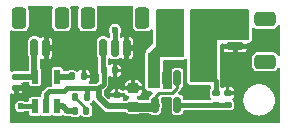
<source format=gbr>
%TF.GenerationSoftware,KiCad,Pcbnew,7.0.10*%
%TF.CreationDate,2024-01-27T16:24:37+01:00*%
%TF.ProjectId,Mouse_charger,4d6f7573-655f-4636-9861-726765722e6b,rev?*%
%TF.SameCoordinates,Original*%
%TF.FileFunction,Copper,L1,Top*%
%TF.FilePolarity,Positive*%
%FSLAX46Y46*%
G04 Gerber Fmt 4.6, Leading zero omitted, Abs format (unit mm)*
G04 Created by KiCad (PCBNEW 7.0.10) date 2024-01-27 16:24:37*
%MOMM*%
%LPD*%
G01*
G04 APERTURE LIST*
G04 Aperture macros list*
%AMRoundRect*
0 Rectangle with rounded corners*
0 $1 Rounding radius*
0 $2 $3 $4 $5 $6 $7 $8 $9 X,Y pos of 4 corners*
0 Add a 4 corners polygon primitive as box body*
4,1,4,$2,$3,$4,$5,$6,$7,$8,$9,$2,$3,0*
0 Add four circle primitives for the rounded corners*
1,1,$1+$1,$2,$3*
1,1,$1+$1,$4,$5*
1,1,$1+$1,$6,$7*
1,1,$1+$1,$8,$9*
0 Add four rect primitives between the rounded corners*
20,1,$1+$1,$2,$3,$4,$5,0*
20,1,$1+$1,$4,$5,$6,$7,0*
20,1,$1+$1,$6,$7,$8,$9,0*
20,1,$1+$1,$8,$9,$2,$3,0*%
G04 Aperture macros list end*
%TA.AperFunction,SMDPad,CuDef*%
%ADD10R,1.500000X3.600000*%
%TD*%
%TA.AperFunction,SMDPad,CuDef*%
%ADD11RoundRect,0.140000X0.170000X-0.140000X0.170000X0.140000X-0.170000X0.140000X-0.170000X-0.140000X0*%
%TD*%
%TA.AperFunction,SMDPad,CuDef*%
%ADD12RoundRect,0.040600X0.249400X-0.564400X0.249400X0.564400X-0.249400X0.564400X-0.249400X-0.564400X0*%
%TD*%
%TA.AperFunction,SMDPad,CuDef*%
%ADD13RoundRect,0.150000X-0.625000X0.150000X-0.625000X-0.150000X0.625000X-0.150000X0.625000X0.150000X0*%
%TD*%
%TA.AperFunction,SMDPad,CuDef*%
%ADD14RoundRect,0.250000X-0.650000X0.350000X-0.650000X-0.350000X0.650000X-0.350000X0.650000X0.350000X0*%
%TD*%
%TA.AperFunction,SMDPad,CuDef*%
%ADD15RoundRect,0.150000X-0.150000X-0.625000X0.150000X-0.625000X0.150000X0.625000X-0.150000X0.625000X0*%
%TD*%
%TA.AperFunction,SMDPad,CuDef*%
%ADD16RoundRect,0.250000X-0.350000X-0.650000X0.350000X-0.650000X0.350000X0.650000X-0.350000X0.650000X0*%
%TD*%
%TA.AperFunction,SMDPad,CuDef*%
%ADD17RoundRect,0.150000X-0.150000X0.512500X-0.150000X-0.512500X0.150000X-0.512500X0.150000X0.512500X0*%
%TD*%
%TA.AperFunction,SMDPad,CuDef*%
%ADD18RoundRect,0.135000X0.185000X-0.135000X0.185000X0.135000X-0.185000X0.135000X-0.185000X-0.135000X0*%
%TD*%
%TA.AperFunction,SMDPad,CuDef*%
%ADD19RoundRect,0.135000X0.135000X0.185000X-0.135000X0.185000X-0.135000X-0.185000X0.135000X-0.185000X0*%
%TD*%
%TA.AperFunction,SMDPad,CuDef*%
%ADD20RoundRect,0.135000X-0.135000X-0.185000X0.135000X-0.185000X0.135000X0.185000X-0.135000X0.185000X0*%
%TD*%
%TA.AperFunction,SMDPad,CuDef*%
%ADD21RoundRect,0.147500X-0.147500X-0.172500X0.147500X-0.172500X0.147500X0.172500X-0.147500X0.172500X0*%
%TD*%
%TA.AperFunction,SMDPad,CuDef*%
%ADD22RoundRect,0.225000X-0.250000X0.225000X-0.250000X-0.225000X0.250000X-0.225000X0.250000X0.225000X0*%
%TD*%
%TA.AperFunction,SMDPad,CuDef*%
%ADD23RoundRect,0.225000X0.250000X-0.225000X0.250000X0.225000X-0.250000X0.225000X-0.250000X-0.225000X0*%
%TD*%
%TA.AperFunction,SMDPad,CuDef*%
%ADD24RoundRect,0.140000X-0.140000X-0.170000X0.140000X-0.170000X0.140000X0.170000X-0.140000X0.170000X0*%
%TD*%
%TA.AperFunction,SMDPad,CuDef*%
%ADD25RoundRect,0.140000X-0.170000X0.140000X-0.170000X-0.140000X0.170000X-0.140000X0.170000X0.140000X0*%
%TD*%
%TA.AperFunction,ViaPad*%
%ADD26C,0.600000*%
%TD*%
%TA.AperFunction,Conductor*%
%ADD27C,0.254000*%
%TD*%
%TA.AperFunction,Conductor*%
%ADD28C,0.400000*%
%TD*%
%TA.AperFunction,Conductor*%
%ADD29C,0.508000*%
%TD*%
%TA.AperFunction,Conductor*%
%ADD30C,0.762000*%
%TD*%
G04 APERTURE END LIST*
D10*
%TO.P,L1,1,1*%
%TO.N,Net-(U2-SW)*%
X13588000Y-2413000D03*
%TO.P,L1,2,2*%
%TO.N,VCC*%
X16638000Y-2413000D03*
%TD*%
D11*
%TO.P,C5,1*%
%TO.N,+BATT*%
X9144000Y-8636000D03*
%TO.P,C5,2*%
%TO.N,GND*%
X9144000Y-7676000D03*
%TD*%
D12*
%TO.P,U1,1,TS*%
%TO.N,/TEMP*%
X2225000Y-8621000D03*
%TO.P,U1,2,OUT*%
%TO.N,+BATT*%
X3175000Y-8621000D03*
%TO.P,U1,3,~{CHG}*%
%TO.N,Net-(D1-K)*%
X4125000Y-8621000D03*
%TO.P,U1,4,ISET*%
%TO.N,Net-(U1-ISET)*%
X4125000Y-6111000D03*
%TO.P,U1,5,GND*%
%TO.N,GND*%
X3175000Y-6111000D03*
%TO.P,U1,6,VIN*%
%TO.N,VBUS*%
X2225000Y-6111000D03*
%TD*%
D13*
%TO.P,J3,1,Pin_1*%
%TO.N,VCC*%
X19177000Y-2556000D03*
%TO.P,J3,2,Pin_2*%
%TO.N,GND*%
X19177000Y-3556000D03*
D14*
%TO.P,J3,MP*%
%TO.N,N/C*%
X21702000Y-1256000D03*
X21702000Y-4856000D03*
%TD*%
D15*
%TO.P,J2,1,Pin_1*%
%TO.N,VBUS*%
X2175000Y-3683000D03*
%TO.P,J2,2,Pin_2*%
%TO.N,GND*%
X3175000Y-3683000D03*
D16*
%TO.P,J2,MP*%
%TO.N,N/C*%
X875000Y-1158000D03*
X4475000Y-1158000D03*
%TD*%
D17*
%TO.P,U2,1,EN*%
%TO.N,+BATT*%
X14285000Y-6228500D03*
%TO.P,U2,2,GND*%
%TO.N,GND*%
X13335000Y-6228500D03*
%TO.P,U2,3,SW*%
%TO.N,Net-(U2-SW)*%
X12385000Y-6228500D03*
%TO.P,U2,4,VIN*%
%TO.N,+BATT*%
X12385000Y-8503500D03*
%TO.P,U2,5,FB*%
%TO.N,Net-(U2-FB)*%
X14285000Y-8503500D03*
%TD*%
D18*
%TO.P,R4,1*%
%TO.N,Net-(U2-FB)*%
X18542000Y-8511000D03*
%TO.P,R4,2*%
%TO.N,GND*%
X18542000Y-7491000D03*
%TD*%
%TO.P,R3,1*%
%TO.N,Net-(U2-FB)*%
X17526000Y-8511000D03*
%TO.P,R3,2*%
%TO.N,VCC*%
X17526000Y-7491000D03*
%TD*%
D19*
%TO.P,R2,1*%
%TO.N,+BATT*%
X6606000Y-7874000D03*
%TO.P,R2,2*%
%TO.N,Net-(D1-A)*%
X5586000Y-7874000D03*
%TD*%
D20*
%TO.P,R1,1*%
%TO.N,Net-(U1-ISET)*%
X5332000Y-6096000D03*
%TO.P,R1,2*%
%TO.N,GND*%
X6352000Y-6096000D03*
%TD*%
D15*
%TO.P,J1,1,Pin_1*%
%TO.N,+BATT*%
X8001000Y-3683000D03*
%TO.P,J1,2,Pin_2*%
%TO.N,/TEMP*%
X9001000Y-3683000D03*
%TO.P,J1,3,Pin_3*%
%TO.N,GND*%
X10001000Y-3683000D03*
D16*
%TO.P,J1,MP*%
%TO.N,N/C*%
X6701000Y-1158000D03*
X11301000Y-1158000D03*
%TD*%
D21*
%TO.P,D1,1,K*%
%TO.N,Net-(D1-K)*%
X5611000Y-9017000D03*
%TO.P,D1,2,A*%
%TO.N,Net-(D1-A)*%
X6581000Y-9017000D03*
%TD*%
D22*
%TO.P,C4,1*%
%TO.N,VCC*%
X16002000Y-5956000D03*
%TO.P,C4,2*%
%TO.N,GND*%
X16002000Y-7506000D03*
%TD*%
D23*
%TO.P,C3,1*%
%TO.N,+BATT*%
X10541000Y-8649000D03*
%TO.P,C3,2*%
%TO.N,GND*%
X10541000Y-7099000D03*
%TD*%
D24*
%TO.P,C2,1*%
%TO.N,+BATT*%
X8029000Y-5588000D03*
%TO.P,C2,2*%
%TO.N,GND*%
X8989000Y-5588000D03*
%TD*%
D25*
%TO.P,C1,1*%
%TO.N,VBUS*%
X635000Y-6124000D03*
%TO.P,C1,2*%
%TO.N,GND*%
X635000Y-7084000D03*
%TD*%
D26*
%TO.N,GND*%
X2667000Y-2133600D03*
X9169400Y-9550400D03*
X20040600Y-6070600D03*
X19888200Y-4775200D03*
X5486400Y-2768600D03*
X736600Y-4953000D03*
X1701800Y-7340600D03*
X14909800Y-7315200D03*
X22453600Y-9550400D03*
X19227800Y-9448800D03*
X17526000Y-9499600D03*
X22275800Y-6350000D03*
X18694400Y-6223000D03*
X21666200Y-2870200D03*
X5461000Y-4749800D03*
X10464800Y-5486400D03*
X11430000Y-3479800D03*
X9753600Y-1016000D03*
X8128000Y-914400D03*
X6299200Y-3733800D03*
X19481800Y-7213600D03*
X18465800Y-4800600D03*
X14732000Y-5003800D03*
X16103600Y-9499600D03*
X13360400Y-9525000D03*
X7721600Y-9550400D03*
X457200Y-9525000D03*
X736600Y-3733800D03*
X4495800Y-3683000D03*
X2667000Y-1193800D03*
%TO.N,/TEMP*%
X1016000Y-8636000D03*
X9017000Y-2159000D03*
%TD*%
D27*
%TO.N,Net-(D1-A)*%
X6581000Y-8867000D02*
X6581000Y-9017000D01*
X5588000Y-7874000D02*
X6581000Y-8867000D01*
X5586000Y-7874000D02*
X5588000Y-7874000D01*
%TO.N,+BATT*%
X13843000Y-7493000D02*
X14285000Y-7051000D01*
X14285000Y-7051000D02*
X14285000Y-6228500D01*
X12700000Y-7493000D02*
X13843000Y-7493000D01*
X12385000Y-7808000D02*
X12700000Y-7493000D01*
X12385000Y-8503500D02*
X12385000Y-7808000D01*
D28*
%TO.N,/TEMP*%
X9017000Y-3667000D02*
X9001000Y-3683000D01*
X9017000Y-2159000D02*
X9017000Y-3667000D01*
X1031000Y-8621000D02*
X1016000Y-8636000D01*
X2225000Y-8621000D02*
X1031000Y-8621000D01*
%TO.N,+BATT*%
X8001000Y-5560000D02*
X8029000Y-5588000D01*
X8001000Y-3683000D02*
X8001000Y-5560000D01*
D29*
X7620000Y-7874000D02*
X7620000Y-7112000D01*
X8382000Y-8636000D02*
X7620000Y-7874000D01*
X9144000Y-8636000D02*
X8382000Y-8636000D01*
D28*
X6606000Y-7874000D02*
X6606000Y-7114000D01*
X6606000Y-7114000D02*
X6604000Y-7112000D01*
X6604000Y-7112000D02*
X7620000Y-7112000D01*
X4953000Y-7112000D02*
X6604000Y-7112000D01*
X4699000Y-7366000D02*
X4953000Y-7112000D01*
X7620000Y-7112000D02*
X8029000Y-6703000D01*
X8029000Y-6703000D02*
X8029000Y-5588000D01*
X3429000Y-7366000D02*
X4699000Y-7366000D01*
X3175000Y-7620000D02*
X3429000Y-7366000D01*
X3175000Y-8621000D02*
X3175000Y-7620000D01*
%TO.N,VCC*%
X17005000Y-5956000D02*
X16002000Y-5956000D01*
X17526000Y-6477000D02*
X17005000Y-5956000D01*
X17526000Y-7491000D02*
X17526000Y-6477000D01*
%TO.N,Net-(U2-FB)*%
X17526000Y-8511000D02*
X18542000Y-8511000D01*
X17518500Y-8503500D02*
X17526000Y-8511000D01*
X14285000Y-8503500D02*
X17518500Y-8503500D01*
D30*
%TO.N,+BATT*%
X12239500Y-8649000D02*
X12385000Y-8503500D01*
X10541000Y-8649000D02*
X12239500Y-8649000D01*
D29*
X10528000Y-8636000D02*
X10541000Y-8649000D01*
X9144000Y-8636000D02*
X10528000Y-8636000D01*
%TO.N,Net-(D1-K)*%
X4953000Y-9017000D02*
X5611000Y-9017000D01*
X4125000Y-8621000D02*
X4557000Y-8621000D01*
X4557000Y-8621000D02*
X4953000Y-9017000D01*
%TO.N,Net-(U1-ISET)*%
X5317000Y-6111000D02*
X5332000Y-6096000D01*
X4125000Y-6111000D02*
X5317000Y-6111000D01*
%TO.N,VBUS*%
X2212000Y-6124000D02*
X2225000Y-6111000D01*
X635000Y-6124000D02*
X2212000Y-6124000D01*
X2175000Y-6061000D02*
X2225000Y-6111000D01*
X2175000Y-3683000D02*
X2175000Y-6061000D01*
%TD*%
%TA.AperFunction,Conductor*%
%TO.N,Net-(U2-SW)*%
G36*
X14802039Y-400685D02*
G01*
X14847794Y-453489D01*
X14859000Y-505000D01*
X14859000Y-4297140D01*
X14839315Y-4364179D01*
X14786511Y-4409934D01*
X14736550Y-4421130D01*
X12827000Y-4444999D01*
X12827000Y-5497856D01*
X12813485Y-5554150D01*
X12795503Y-5589441D01*
X12795500Y-5589450D01*
X12780500Y-5684160D01*
X12780500Y-6772839D01*
X12795500Y-6867551D01*
X12795501Y-6867554D01*
X12795502Y-6867555D01*
X12813485Y-6902848D01*
X12827000Y-6959141D01*
X12827000Y-6983213D01*
X12807315Y-7050252D01*
X12754511Y-7096007D01*
X12718340Y-7106261D01*
X12702593Y-7108224D01*
X12683948Y-7110548D01*
X12668612Y-7111500D01*
X12668387Y-7111500D01*
X12667470Y-7111576D01*
X12657228Y-7112000D01*
X11935000Y-7112000D01*
X11867961Y-7092315D01*
X11822206Y-7039511D01*
X11811000Y-6988000D01*
X11811000Y-4166162D01*
X11830685Y-4099123D01*
X11847319Y-4078481D01*
X12446000Y-3479800D01*
X12446000Y-505000D01*
X12465685Y-437961D01*
X12518489Y-392206D01*
X12570000Y-381000D01*
X14735000Y-381000D01*
X14802039Y-400685D01*
G37*
%TD.AperFunction*%
%TD*%
%TA.AperFunction,Conductor*%
%TO.N,VCC*%
G36*
X20263039Y-400685D02*
G01*
X20308794Y-453489D01*
X20320000Y-505000D01*
X20320000Y-2924000D01*
X20300315Y-2991039D01*
X20247511Y-3036794D01*
X20196000Y-3048000D01*
X20020143Y-3048000D01*
X19963848Y-3034485D01*
X19928555Y-3016502D01*
X19928549Y-3016500D01*
X19833839Y-3001500D01*
X19833834Y-3001500D01*
X18520166Y-3001500D01*
X18520161Y-3001500D01*
X18425450Y-3016500D01*
X18425444Y-3016502D01*
X18390152Y-3034485D01*
X18333857Y-3048000D01*
X17653000Y-3048000D01*
X17653000Y-6480000D01*
X17633315Y-6547039D01*
X17580511Y-6592794D01*
X17529000Y-6604000D01*
X15491000Y-6604000D01*
X15423961Y-6584315D01*
X15378206Y-6531511D01*
X15367000Y-6480000D01*
X15367000Y-505000D01*
X15386685Y-437961D01*
X15439489Y-392206D01*
X15491000Y-381000D01*
X20196000Y-381000D01*
X20263039Y-400685D01*
G37*
%TD.AperFunction*%
%TD*%
%TA.AperFunction,Conductor*%
%TO.N,GND*%
G36*
X3673312Y-146685D02*
G01*
X3719067Y-199489D01*
X3729011Y-268647D01*
X3723314Y-291955D01*
X3677353Y-423298D01*
X3677353Y-423300D01*
X3674500Y-453730D01*
X3674500Y-1862269D01*
X3677353Y-1892699D01*
X3677353Y-1892701D01*
X3722206Y-2020880D01*
X3722207Y-2020882D01*
X3802850Y-2130150D01*
X3912118Y-2210793D01*
X3927462Y-2216162D01*
X4040299Y-2255646D01*
X4070730Y-2258500D01*
X4070734Y-2258500D01*
X4879270Y-2258500D01*
X4909699Y-2255646D01*
X4909701Y-2255646D01*
X4973790Y-2233219D01*
X5037882Y-2210793D01*
X5147150Y-2130150D01*
X5227793Y-2020882D01*
X5252588Y-1950022D01*
X5272646Y-1892701D01*
X5272646Y-1892699D01*
X5275500Y-1862269D01*
X5275500Y-453730D01*
X5272646Y-423300D01*
X5272646Y-423298D01*
X5226686Y-291955D01*
X5223123Y-222177D01*
X5257852Y-161549D01*
X5319845Y-129321D01*
X5343727Y-127000D01*
X5832273Y-127000D01*
X5899312Y-146685D01*
X5945067Y-199489D01*
X5955011Y-268647D01*
X5949314Y-291955D01*
X5903353Y-423298D01*
X5903353Y-423300D01*
X5900500Y-453730D01*
X5900500Y-1862269D01*
X5903353Y-1892699D01*
X5903353Y-1892701D01*
X5948206Y-2020880D01*
X5948207Y-2020882D01*
X6028850Y-2130150D01*
X6138118Y-2210793D01*
X6153462Y-2216162D01*
X6266299Y-2255646D01*
X6296730Y-2258500D01*
X6296734Y-2258500D01*
X7105270Y-2258500D01*
X7135699Y-2255646D01*
X7135701Y-2255646D01*
X7199790Y-2233219D01*
X7263882Y-2210793D01*
X7373150Y-2130150D01*
X7453793Y-2020882D01*
X7478588Y-1950022D01*
X7498646Y-1892701D01*
X7498646Y-1892699D01*
X7501500Y-1862269D01*
X7501500Y-453730D01*
X7498646Y-423300D01*
X7498646Y-423298D01*
X7452686Y-291955D01*
X7449123Y-222177D01*
X7483852Y-161549D01*
X7545845Y-129321D01*
X7569727Y-127000D01*
X10432273Y-127000D01*
X10499312Y-146685D01*
X10545067Y-199489D01*
X10555011Y-268647D01*
X10549314Y-291955D01*
X10503353Y-423298D01*
X10503353Y-423300D01*
X10500500Y-453730D01*
X10500500Y-1862269D01*
X10503353Y-1892699D01*
X10503353Y-1892701D01*
X10548206Y-2020880D01*
X10548207Y-2020882D01*
X10628850Y-2130150D01*
X10738118Y-2210793D01*
X10753462Y-2216162D01*
X10866299Y-2255646D01*
X10896730Y-2258500D01*
X10896734Y-2258500D01*
X11705270Y-2258500D01*
X11735699Y-2255646D01*
X11735701Y-2255646D01*
X11799790Y-2233219D01*
X11863882Y-2210793D01*
X11973150Y-2130150D01*
X11973152Y-2130146D01*
X11974819Y-2128481D01*
X11977093Y-2127238D01*
X11980626Y-2124632D01*
X11980982Y-2125115D01*
X12036142Y-2094996D01*
X12105834Y-2099980D01*
X12161767Y-2141852D01*
X12186184Y-2207316D01*
X12186500Y-2216162D01*
X12186500Y-3320950D01*
X12166815Y-3387989D01*
X12150181Y-3408631D01*
X11663830Y-3894981D01*
X11645260Y-3915655D01*
X11645246Y-3915671D01*
X11628628Y-3936294D01*
X11628620Y-3936306D01*
X11581698Y-4026007D01*
X11581695Y-4026012D01*
X11562013Y-4093044D01*
X11562010Y-4093056D01*
X11551500Y-4166160D01*
X11551500Y-6988008D01*
X11557430Y-7043161D01*
X11568639Y-7094683D01*
X11575986Y-7121463D01*
X11615893Y-7191543D01*
X11626089Y-7209448D01*
X11645467Y-7231811D01*
X11671840Y-7262248D01*
X11671843Y-7262251D01*
X11671844Y-7262252D01*
X11705131Y-7294371D01*
X11794849Y-7341303D01*
X11861888Y-7360988D01*
X11861892Y-7360988D01*
X11861894Y-7360989D01*
X11873707Y-7362687D01*
X11935000Y-7371500D01*
X12055013Y-7371500D01*
X12122052Y-7391185D01*
X12167807Y-7443989D01*
X12177751Y-7513147D01*
X12148726Y-7576703D01*
X12134721Y-7590488D01*
X12130249Y-7594240D01*
X12111228Y-7627184D01*
X12105417Y-7636305D01*
X12094070Y-7652510D01*
X12046961Y-7692784D01*
X12028519Y-7701800D01*
X11945802Y-7784516D01*
X11894427Y-7889606D01*
X11893975Y-7892711D01*
X11884500Y-7957740D01*
X11884500Y-7957745D01*
X11883971Y-7961377D01*
X11854826Y-8024879D01*
X11795977Y-8062543D01*
X11761266Y-8067500D01*
X11058344Y-8067500D01*
X11002049Y-8053985D01*
X10988207Y-8046932D01*
X10924126Y-8014281D01*
X10924125Y-8014280D01*
X10915431Y-8009851D01*
X10916589Y-8007578D01*
X10870767Y-7976245D01*
X10843570Y-7911886D01*
X10855486Y-7843040D01*
X10902731Y-7791565D01*
X10923429Y-7781571D01*
X11020981Y-7745186D01*
X11020984Y-7745184D01*
X11130329Y-7663329D01*
X11212184Y-7553984D01*
X11212185Y-7553983D01*
X11259916Y-7426010D01*
X11265999Y-7369428D01*
X11266000Y-7369427D01*
X11266000Y-7249000D01*
X9816001Y-7249000D01*
X9784953Y-7280048D01*
X9723630Y-7313533D01*
X9653938Y-7308549D01*
X9609591Y-7280048D01*
X9546098Y-7216555D01*
X9546093Y-7216551D01*
X9436015Y-7160463D01*
X9344691Y-7146000D01*
X9294000Y-7146000D01*
X9294000Y-7526000D01*
X9719246Y-7526000D01*
X9746977Y-7510857D01*
X9816668Y-7515839D01*
X9872603Y-7557709D01*
X9872605Y-7557711D01*
X9951670Y-7663329D01*
X10061015Y-7745184D01*
X10061018Y-7745186D01*
X10158570Y-7781571D01*
X10214504Y-7823442D01*
X10238921Y-7888907D01*
X10224069Y-7957180D01*
X10174664Y-8006585D01*
X10163717Y-8011304D01*
X10157874Y-8014280D01*
X10157874Y-8014281D01*
X10093793Y-8046932D01*
X10037778Y-8075473D01*
X10016752Y-8096500D01*
X9968069Y-8145182D01*
X9906749Y-8178666D01*
X9880390Y-8181500D01*
X9767824Y-8181500D01*
X9700785Y-8161815D01*
X9655030Y-8109011D01*
X9645086Y-8039853D01*
X9657340Y-8001204D01*
X9689535Y-7938018D01*
X9689536Y-7938015D01*
X9704000Y-7846691D01*
X9704000Y-7826000D01*
X8584001Y-7826000D01*
X8584001Y-7846690D01*
X8589894Y-7883902D01*
X8580938Y-7953196D01*
X8535940Y-8006647D01*
X8469188Y-8027285D01*
X8401875Y-8008559D01*
X8379739Y-7990979D01*
X8321433Y-7932673D01*
X8110819Y-7722058D01*
X8077334Y-7660735D01*
X8074500Y-7634377D01*
X8074500Y-7526000D01*
X8584000Y-7526000D01*
X8994000Y-7526000D01*
X8994000Y-7146000D01*
X8993999Y-7145999D01*
X8943311Y-7146000D01*
X8851982Y-7160465D01*
X8741906Y-7216552D01*
X8741901Y-7216555D01*
X8654555Y-7303901D01*
X8654551Y-7303906D01*
X8598463Y-7413984D01*
X8584000Y-7505308D01*
X8584000Y-7526000D01*
X8074500Y-7526000D01*
X8074500Y-7275254D01*
X8094185Y-7208215D01*
X8110819Y-7187573D01*
X8334483Y-6963909D01*
X8349392Y-6949000D01*
X9816000Y-6949000D01*
X10391000Y-6949000D01*
X10391000Y-6399000D01*
X10691000Y-6399000D01*
X10691000Y-6949000D01*
X11265999Y-6949000D01*
X11265999Y-6828566D01*
X11265998Y-6828560D01*
X11259918Y-6771992D01*
X11212186Y-6644018D01*
X11212184Y-6644015D01*
X11130329Y-6534670D01*
X11020984Y-6452815D01*
X11020983Y-6452814D01*
X10893010Y-6405083D01*
X10836428Y-6399000D01*
X10691000Y-6399000D01*
X10391000Y-6399000D01*
X10245566Y-6399000D01*
X10245559Y-6399001D01*
X10188992Y-6405081D01*
X10061018Y-6452813D01*
X10061015Y-6452815D01*
X9951670Y-6534670D01*
X9869815Y-6644015D01*
X9869814Y-6644016D01*
X9822083Y-6771989D01*
X9816000Y-6828571D01*
X9816000Y-6949000D01*
X8349392Y-6949000D01*
X8357050Y-6941342D01*
X8367109Y-6921597D01*
X8377271Y-6905014D01*
X8390296Y-6887090D01*
X8397141Y-6866022D01*
X8404586Y-6848045D01*
X8414646Y-6828304D01*
X8418112Y-6806415D01*
X8422652Y-6787501D01*
X8429499Y-6766433D01*
X8429499Y-6739654D01*
X8429500Y-6739629D01*
X8429500Y-6184309D01*
X8449185Y-6117270D01*
X8501989Y-6071515D01*
X8571147Y-6061571D01*
X8609796Y-6073825D01*
X8726981Y-6133535D01*
X8726983Y-6133536D01*
X8818304Y-6147999D01*
X8838999Y-6147999D01*
X8839000Y-6147998D01*
X8839000Y-5738000D01*
X9139000Y-5738000D01*
X9139000Y-6147999D01*
X9159689Y-6147999D01*
X9251017Y-6133534D01*
X9361093Y-6077447D01*
X9361098Y-6077444D01*
X9448444Y-5990098D01*
X9448448Y-5990093D01*
X9504536Y-5880015D01*
X9519000Y-5788691D01*
X9519000Y-5738000D01*
X9139000Y-5738000D01*
X8839000Y-5738000D01*
X8839000Y-5028001D01*
X8838999Y-5028000D01*
X9139000Y-5028000D01*
X9139000Y-5438000D01*
X9518999Y-5438000D01*
X9518999Y-5387310D01*
X9504534Y-5295982D01*
X9448447Y-5185906D01*
X9448444Y-5185901D01*
X9361098Y-5098555D01*
X9361093Y-5098551D01*
X9251015Y-5042463D01*
X9159691Y-5028000D01*
X9139000Y-5028000D01*
X8838999Y-5028000D01*
X8818315Y-5028000D01*
X8726982Y-5042465D01*
X8616906Y-5098552D01*
X8616901Y-5098555D01*
X8613181Y-5102276D01*
X8551858Y-5135761D01*
X8482166Y-5130777D01*
X8426233Y-5088905D01*
X8401816Y-5023441D01*
X8401500Y-5014595D01*
X8401500Y-4653544D01*
X8421185Y-4586505D01*
X8473989Y-4540750D01*
X8543147Y-4530806D01*
X8606703Y-4559831D01*
X8613181Y-4565863D01*
X8644514Y-4597196D01*
X8644515Y-4597196D01*
X8644517Y-4597198D01*
X8749607Y-4648573D01*
X8772517Y-4651911D01*
X8817739Y-4658500D01*
X8817740Y-4658500D01*
X9184261Y-4658500D01*
X9218275Y-4653544D01*
X9252393Y-4648573D01*
X9357483Y-4597198D01*
X9376502Y-4578179D01*
X9413672Y-4541010D01*
X9474995Y-4507525D01*
X9544687Y-4512509D01*
X9589034Y-4541010D01*
X9644808Y-4596784D01*
X9749751Y-4648087D01*
X9776000Y-4651911D01*
X9776000Y-3908000D01*
X10226000Y-3908000D01*
X10226000Y-4651910D01*
X10252248Y-4648087D01*
X10357191Y-4596784D01*
X10439787Y-4514188D01*
X10491087Y-4409251D01*
X10491088Y-4409248D01*
X10501000Y-4341219D01*
X10501000Y-3908000D01*
X10226000Y-3908000D01*
X9776000Y-3908000D01*
X9776000Y-2714087D01*
X9775999Y-2714086D01*
X10226000Y-2714086D01*
X10226000Y-3458000D01*
X10500999Y-3458000D01*
X10500999Y-3024782D01*
X10491087Y-2956750D01*
X10439784Y-2851808D01*
X10357188Y-2769212D01*
X10252249Y-2717911D01*
X10252250Y-2717911D01*
X10226000Y-2714086D01*
X9775999Y-2714086D01*
X9749750Y-2717911D01*
X9644811Y-2769212D01*
X9644809Y-2769214D01*
X9629181Y-2784843D01*
X9567858Y-2818328D01*
X9498166Y-2813344D01*
X9442233Y-2771472D01*
X9417816Y-2706008D01*
X9417500Y-2697162D01*
X9417500Y-2507332D01*
X9437185Y-2440293D01*
X9437901Y-2439336D01*
X9442368Y-2432382D01*
X9442377Y-2432373D01*
X9502165Y-2301457D01*
X9522647Y-2159000D01*
X9502165Y-2016543D01*
X9442377Y-1885627D01*
X9348128Y-1776857D01*
X9227053Y-1699047D01*
X9227051Y-1699046D01*
X9227049Y-1699045D01*
X9227050Y-1699045D01*
X9088963Y-1658500D01*
X9088961Y-1658500D01*
X8945039Y-1658500D01*
X8945036Y-1658500D01*
X8806949Y-1699045D01*
X8685873Y-1776856D01*
X8591623Y-1885626D01*
X8591622Y-1885628D01*
X8531834Y-2016543D01*
X8511353Y-2159000D01*
X8531834Y-2301456D01*
X8571123Y-2387485D01*
X8591623Y-2432373D01*
X8591627Y-2432378D01*
X8596418Y-2439833D01*
X8593364Y-2441795D01*
X8615235Y-2489663D01*
X8616500Y-2507332D01*
X8616500Y-2728456D01*
X8596815Y-2795495D01*
X8544011Y-2841250D01*
X8474853Y-2851194D01*
X8411297Y-2822169D01*
X8404819Y-2816137D01*
X8357485Y-2768803D01*
X8252391Y-2717426D01*
X8184261Y-2707500D01*
X8184260Y-2707500D01*
X7817740Y-2707500D01*
X7817739Y-2707500D01*
X7749608Y-2717426D01*
X7644514Y-2768803D01*
X7561803Y-2851514D01*
X7510426Y-2956608D01*
X7500500Y-3024739D01*
X7500500Y-4341260D01*
X7510426Y-4409391D01*
X7561801Y-4514482D01*
X7561802Y-4514483D01*
X7564178Y-4516859D01*
X7566391Y-4520911D01*
X7567773Y-4522847D01*
X7567539Y-4523013D01*
X7597665Y-4578179D01*
X7600500Y-4604543D01*
X7600500Y-5203507D01*
X7588882Y-5255912D01*
X7555028Y-5328511D01*
X7555027Y-5328512D01*
X7548500Y-5378098D01*
X7548500Y-5797894D01*
X7548501Y-5797900D01*
X7555028Y-5847487D01*
X7555029Y-5847489D01*
X7555029Y-5847490D01*
X7605776Y-5956316D01*
X7606071Y-5956737D01*
X7606328Y-5957500D01*
X7610361Y-5966148D01*
X7609396Y-5966597D01*
X7628402Y-6022942D01*
X7628500Y-6027865D01*
X7628500Y-6485745D01*
X7608815Y-6552784D01*
X7592185Y-6573421D01*
X7549107Y-6616500D01*
X7509672Y-6655935D01*
X7467295Y-6683680D01*
X7418252Y-6702928D01*
X7372952Y-6711500D01*
X6900129Y-6711500D01*
X6833090Y-6691815D01*
X6787335Y-6639011D01*
X6777391Y-6569853D01*
X6799210Y-6515449D01*
X6804663Y-6507810D01*
X6861096Y-6392374D01*
X6872000Y-6317535D01*
X6872000Y-6246000D01*
X6326000Y-6246000D01*
X6258961Y-6226315D01*
X6213206Y-6173511D01*
X6202000Y-6122000D01*
X6202000Y-5526001D01*
X6201999Y-5526000D01*
X6502000Y-5526000D01*
X6502000Y-5946000D01*
X6871999Y-5946000D01*
X6871999Y-5874460D01*
X6861096Y-5799625D01*
X6804663Y-5684189D01*
X6713810Y-5593336D01*
X6598374Y-5536903D01*
X6523536Y-5526000D01*
X6502000Y-5526000D01*
X6201999Y-5526000D01*
X6201998Y-5525999D01*
X6180464Y-5526000D01*
X6105626Y-5536903D01*
X5990191Y-5593335D01*
X5894678Y-5688848D01*
X5833355Y-5722332D01*
X5763663Y-5717348D01*
X5719316Y-5688847D01*
X5662404Y-5631935D01*
X5625506Y-5614729D01*
X5555173Y-5581932D01*
X5555171Y-5581931D01*
X5555172Y-5581931D01*
X5506317Y-5575500D01*
X5506316Y-5575500D01*
X5157684Y-5575500D01*
X5157683Y-5575500D01*
X5108828Y-5581931D01*
X5001594Y-5631936D01*
X4998541Y-5634074D01*
X4993007Y-5635940D01*
X4991764Y-5636520D01*
X4991699Y-5636381D01*
X4932335Y-5656402D01*
X4927417Y-5656500D01*
X4739500Y-5656500D01*
X4672461Y-5636815D01*
X4626706Y-5584011D01*
X4615500Y-5532500D01*
X4615500Y-5522855D01*
X4615499Y-5522851D01*
X4601512Y-5452530D01*
X4601511Y-5452529D01*
X4601511Y-5452528D01*
X4548223Y-5372777D01*
X4468472Y-5319489D01*
X4468471Y-5319488D01*
X4468470Y-5319488D01*
X4468469Y-5319487D01*
X4398148Y-5305500D01*
X4398144Y-5305500D01*
X3851856Y-5305500D01*
X3851851Y-5305500D01*
X3781530Y-5319487D01*
X3781529Y-5319488D01*
X3701777Y-5372777D01*
X3648488Y-5452529D01*
X3648487Y-5452530D01*
X3634500Y-5522851D01*
X3634500Y-6699148D01*
X3648487Y-6769469D01*
X3648489Y-6769472D01*
X3650587Y-6772612D01*
X3653055Y-6780494D01*
X3653162Y-6780753D01*
X3653138Y-6780762D01*
X3671463Y-6839289D01*
X3652977Y-6906669D01*
X3600997Y-6953358D01*
X3547483Y-6965500D01*
X3392370Y-6965500D01*
X3392346Y-6965501D01*
X3365564Y-6965501D01*
X3344499Y-6972346D01*
X3325582Y-6976887D01*
X3303700Y-6980352D01*
X3303695Y-6980354D01*
X3283950Y-6990414D01*
X3265986Y-6997855D01*
X3244907Y-7004705D01*
X3226984Y-7017727D01*
X3210399Y-7027890D01*
X3190659Y-7037948D01*
X3184818Y-7043790D01*
X3168091Y-7060517D01*
X2869516Y-7359091D01*
X2869513Y-7359093D01*
X2869513Y-7359094D01*
X2858231Y-7370376D01*
X2846948Y-7381659D01*
X2846948Y-7381660D01*
X2836891Y-7401397D01*
X2826731Y-7417977D01*
X2813706Y-7435905D01*
X2813703Y-7435910D01*
X2806854Y-7456988D01*
X2799413Y-7474952D01*
X2789354Y-7494695D01*
X2785887Y-7516582D01*
X2781347Y-7535491D01*
X2774500Y-7556567D01*
X2774500Y-7735165D01*
X2754815Y-7802204D01*
X2702011Y-7847959D01*
X2632853Y-7857903D01*
X2581611Y-7838268D01*
X2568472Y-7829489D01*
X2568469Y-7829488D01*
X2568469Y-7829487D01*
X2498148Y-7815500D01*
X2498144Y-7815500D01*
X1951856Y-7815500D01*
X1951851Y-7815500D01*
X1881530Y-7829487D01*
X1881529Y-7829488D01*
X1801777Y-7882777D01*
X1748488Y-7962529D01*
X1748487Y-7962530D01*
X1734500Y-8032851D01*
X1734500Y-8096500D01*
X1714815Y-8163539D01*
X1662011Y-8209294D01*
X1610500Y-8220500D01*
X1331633Y-8220500D01*
X1264594Y-8200815D01*
X1226055Y-8176047D01*
X1226050Y-8176045D01*
X1087963Y-8135500D01*
X1087961Y-8135500D01*
X944039Y-8135500D01*
X944036Y-8135500D01*
X805949Y-8176045D01*
X684873Y-8253856D01*
X590623Y-8362626D01*
X590622Y-8362628D01*
X530834Y-8493543D01*
X510353Y-8636000D01*
X530834Y-8778456D01*
X588169Y-8904000D01*
X590623Y-8909373D01*
X684872Y-9018143D01*
X805947Y-9095953D01*
X805950Y-9095954D01*
X805949Y-9095954D01*
X944036Y-9136499D01*
X944038Y-9136500D01*
X944039Y-9136500D01*
X1087962Y-9136500D01*
X1087962Y-9136499D01*
X1212321Y-9099985D01*
X1226050Y-9095954D01*
X1226051Y-9095953D01*
X1226053Y-9095953D01*
X1226055Y-9095952D01*
X1311275Y-9041185D01*
X1378314Y-9021500D01*
X1610500Y-9021500D01*
X1677539Y-9041185D01*
X1723294Y-9093989D01*
X1734500Y-9145500D01*
X1734500Y-9209148D01*
X1748487Y-9279469D01*
X1748488Y-9279470D01*
X1748488Y-9279471D01*
X1748489Y-9279472D01*
X1801777Y-9359223D01*
X1881528Y-9412511D01*
X1881529Y-9412511D01*
X1881530Y-9412512D01*
X1951851Y-9426499D01*
X1951855Y-9426500D01*
X1951856Y-9426500D01*
X2498145Y-9426500D01*
X2498146Y-9426499D01*
X2533308Y-9419505D01*
X2568468Y-9412512D01*
X2568468Y-9412511D01*
X2568472Y-9412511D01*
X2631113Y-9370655D01*
X2697786Y-9349779D01*
X2765166Y-9368263D01*
X2768818Y-9370609D01*
X2831528Y-9412511D01*
X2831531Y-9412511D01*
X2831532Y-9412512D01*
X2831530Y-9412512D01*
X2901851Y-9426499D01*
X2901855Y-9426500D01*
X2901856Y-9426500D01*
X3448145Y-9426500D01*
X3448146Y-9426499D01*
X3483308Y-9419505D01*
X3518468Y-9412512D01*
X3518468Y-9412511D01*
X3518472Y-9412511D01*
X3581113Y-9370655D01*
X3647786Y-9349779D01*
X3715166Y-9368263D01*
X3718818Y-9370609D01*
X3781528Y-9412511D01*
X3781531Y-9412511D01*
X3781532Y-9412512D01*
X3781530Y-9412512D01*
X3851851Y-9426499D01*
X3851855Y-9426500D01*
X3851856Y-9426500D01*
X4398145Y-9426500D01*
X4398146Y-9426499D01*
X4421798Y-9421794D01*
X4468469Y-9412512D01*
X4468469Y-9412511D01*
X4468472Y-9412511D01*
X4529088Y-9372008D01*
X4595763Y-9351131D01*
X4663143Y-9369615D01*
X4667812Y-9372646D01*
X4688070Y-9386457D01*
X4691804Y-9389107D01*
X4738227Y-9423370D01*
X4738228Y-9423370D01*
X4738229Y-9423371D01*
X4745798Y-9427372D01*
X4753569Y-9431114D01*
X4753572Y-9431116D01*
X4808742Y-9448133D01*
X4813063Y-9449555D01*
X4867549Y-9468621D01*
X4867551Y-9468621D01*
X4875997Y-9470219D01*
X4884494Y-9471499D01*
X4884495Y-9471500D01*
X4942179Y-9471500D01*
X4946815Y-9471586D01*
X4964463Y-9472247D01*
X5004461Y-9473744D01*
X5004461Y-9473743D01*
X5004463Y-9473744D01*
X5004464Y-9473743D01*
X5013695Y-9472704D01*
X5013787Y-9473524D01*
X5029162Y-9471500D01*
X5219295Y-9471500D01*
X5273754Y-9484098D01*
X5362830Y-9527645D01*
X5430472Y-9537500D01*
X5430478Y-9537500D01*
X5791522Y-9537500D01*
X5791528Y-9537500D01*
X5859170Y-9527645D01*
X5963511Y-9476636D01*
X5971527Y-9468620D01*
X6008319Y-9431829D01*
X6069642Y-9398344D01*
X6139334Y-9403328D01*
X6183681Y-9431829D01*
X6228486Y-9476634D01*
X6228487Y-9476634D01*
X6228489Y-9476636D01*
X6332830Y-9527645D01*
X6400472Y-9537500D01*
X6400478Y-9537500D01*
X6761522Y-9537500D01*
X6761528Y-9537500D01*
X6829170Y-9527645D01*
X6933511Y-9476636D01*
X7015636Y-9394511D01*
X7066645Y-9290170D01*
X7076500Y-9222528D01*
X7076500Y-8811472D01*
X7066645Y-8743830D01*
X7015636Y-8639489D01*
X7015634Y-8639487D01*
X7015634Y-8639486D01*
X6933512Y-8557364D01*
X6925150Y-8551394D01*
X6926806Y-8549073D01*
X6887025Y-8512720D01*
X6869116Y-8445185D01*
X6890563Y-8378688D01*
X6928824Y-8346154D01*
X6927517Y-8344288D01*
X6936401Y-8338066D01*
X6936404Y-8338065D01*
X7020065Y-8254404D01*
X7052581Y-8184673D01*
X7098749Y-8132239D01*
X7165942Y-8113086D01*
X7232824Y-8133301D01*
X7252641Y-8149401D01*
X7290973Y-8187733D01*
X7294165Y-8191046D01*
X7333423Y-8233356D01*
X7340686Y-8239148D01*
X7340170Y-8239793D01*
X7352475Y-8249235D01*
X8037639Y-8934399D01*
X8046905Y-8944767D01*
X8069370Y-8972937D01*
X8069371Y-8972938D01*
X8117033Y-9005432D01*
X8120804Y-9008107D01*
X8167227Y-9042370D01*
X8167228Y-9042370D01*
X8167229Y-9042371D01*
X8174798Y-9046372D01*
X8182569Y-9050114D01*
X8182572Y-9050116D01*
X8237742Y-9067133D01*
X8242063Y-9068555D01*
X8296549Y-9087621D01*
X8296551Y-9087621D01*
X8304997Y-9089219D01*
X8313494Y-9090499D01*
X8313495Y-9090500D01*
X8371179Y-9090500D01*
X8375815Y-9090586D01*
X8393463Y-9091247D01*
X8433461Y-9092744D01*
X8433461Y-9092743D01*
X8433463Y-9092744D01*
X8433464Y-9092743D01*
X8442695Y-9091704D01*
X8442787Y-9092524D01*
X8458162Y-9090500D01*
X8815265Y-9090500D01*
X8867669Y-9102117D01*
X8884513Y-9109972D01*
X8934099Y-9116500D01*
X9353900Y-9116499D01*
X9403487Y-9109972D01*
X9420330Y-9102117D01*
X9472735Y-9090500D01*
X9854389Y-9090500D01*
X9921428Y-9110185D01*
X9942070Y-9126819D01*
X10037774Y-9222523D01*
X10037778Y-9222526D01*
X10037780Y-9222528D01*
X10157874Y-9283719D01*
X10157876Y-9283719D01*
X10157878Y-9283720D01*
X10257507Y-9299500D01*
X10257512Y-9299500D01*
X10824493Y-9299500D01*
X10924123Y-9283720D01*
X10924124Y-9283719D01*
X10924126Y-9283719D01*
X11002049Y-9244014D01*
X11058344Y-9230500D01*
X11902457Y-9230500D01*
X11969496Y-9250185D01*
X11990139Y-9266820D01*
X12028514Y-9305196D01*
X12028515Y-9305196D01*
X12028517Y-9305198D01*
X12133607Y-9356573D01*
X12151795Y-9359223D01*
X12201739Y-9366500D01*
X12201740Y-9366500D01*
X12568261Y-9366500D01*
X12590971Y-9363191D01*
X12636393Y-9356573D01*
X12741483Y-9305198D01*
X12824198Y-9222483D01*
X12875573Y-9117393D01*
X12885500Y-9049260D01*
X12885500Y-8839384D01*
X12894939Y-8791932D01*
X12918864Y-8734171D01*
X12951532Y-8655302D01*
X12971518Y-8503500D01*
X12951532Y-8351698D01*
X12911005Y-8253856D01*
X12894939Y-8215068D01*
X12885500Y-8167616D01*
X12885500Y-7957745D01*
X12885190Y-7953472D01*
X12899972Y-7885184D01*
X12949327Y-7835728D01*
X13008865Y-7820500D01*
X13661135Y-7820500D01*
X13728174Y-7840185D01*
X13773929Y-7892989D01*
X13784810Y-7953472D01*
X13784500Y-7957745D01*
X13784500Y-9049260D01*
X13794426Y-9117391D01*
X13845803Y-9222485D01*
X13928514Y-9305196D01*
X13928515Y-9305196D01*
X13928517Y-9305198D01*
X14033607Y-9356573D01*
X14051795Y-9359223D01*
X14101739Y-9366500D01*
X14101740Y-9366500D01*
X14468261Y-9366500D01*
X14490971Y-9363191D01*
X14536393Y-9356573D01*
X14641483Y-9305198D01*
X14724198Y-9222483D01*
X14775573Y-9117393D01*
X14785500Y-9049260D01*
X14785500Y-9028000D01*
X14805185Y-8960961D01*
X14857989Y-8915206D01*
X14909500Y-8904000D01*
X17076415Y-8904000D01*
X17135375Y-8921312D01*
X17135764Y-8920480D01*
X17141247Y-8923037D01*
X17143454Y-8923685D01*
X17145317Y-8924934D01*
X17145594Y-8925063D01*
X17145596Y-8925065D01*
X17252827Y-8975068D01*
X17301683Y-8981500D01*
X17301684Y-8981500D01*
X17750317Y-8981500D01*
X17766601Y-8979356D01*
X17799173Y-8975068D01*
X17906404Y-8925065D01*
X17906404Y-8925064D01*
X17910579Y-8923118D01*
X17962984Y-8911500D01*
X18105016Y-8911500D01*
X18157421Y-8923118D01*
X18161595Y-8925064D01*
X18161596Y-8925065D01*
X18268827Y-8975068D01*
X18317683Y-8981500D01*
X18317684Y-8981500D01*
X18766317Y-8981500D01*
X18782601Y-8979356D01*
X18815173Y-8975068D01*
X18922404Y-8925065D01*
X19006065Y-8841404D01*
X19056068Y-8734173D01*
X19062500Y-8685316D01*
X19062500Y-8336684D01*
X19056068Y-8287827D01*
X19006065Y-8180596D01*
X18949152Y-8123683D01*
X18923770Y-8077200D01*
X19865093Y-8077200D01*
X19871943Y-8155500D01*
X19872732Y-8164512D01*
X19873204Y-8175320D01*
X19873204Y-8193300D01*
X19876326Y-8211008D01*
X19877737Y-8221727D01*
X19885377Y-8309045D01*
X19908060Y-8393703D01*
X19910401Y-8404259D01*
X19910403Y-8404268D01*
X19913525Y-8421973D01*
X19919670Y-8438857D01*
X19919674Y-8438867D01*
X19922925Y-8449179D01*
X19945611Y-8533844D01*
X19982653Y-8613282D01*
X19986790Y-8623270D01*
X19992943Y-8640174D01*
X20001934Y-8655748D01*
X20006926Y-8665337D01*
X20043969Y-8744774D01*
X20094244Y-8816574D01*
X20100058Y-8825700D01*
X20109040Y-8841259D01*
X20109045Y-8841266D01*
X20120603Y-8855041D01*
X20127181Y-8863612D01*
X20159223Y-8909373D01*
X20177457Y-8935414D01*
X20239423Y-8997380D01*
X20246729Y-9005352D01*
X20258298Y-9019139D01*
X20258307Y-9019148D01*
X20272074Y-9030699D01*
X20280052Y-9038009D01*
X20342023Y-9099980D01*
X20342026Y-9099982D01*
X20342030Y-9099985D01*
X20413823Y-9150256D01*
X20422402Y-9156838D01*
X20436174Y-9168394D01*
X20451750Y-9177386D01*
X20460850Y-9183184D01*
X20532665Y-9233469D01*
X20532668Y-9233470D01*
X20532669Y-9233471D01*
X20612095Y-9270508D01*
X20621689Y-9275502D01*
X20628562Y-9279470D01*
X20637266Y-9284495D01*
X20652861Y-9290171D01*
X20654169Y-9290647D01*
X20664149Y-9294781D01*
X20743591Y-9331825D01*
X20743599Y-9331827D01*
X20743601Y-9331828D01*
X20764956Y-9337549D01*
X20828269Y-9354514D01*
X20838560Y-9357759D01*
X20855464Y-9363912D01*
X20873178Y-9367035D01*
X20883711Y-9369369D01*
X20968392Y-9392060D01*
X21055724Y-9399700D01*
X21066413Y-9401107D01*
X21084137Y-9404233D01*
X21102117Y-9404233D01*
X21112922Y-9404704D01*
X21130732Y-9406263D01*
X21200236Y-9412344D01*
X21200237Y-9412344D01*
X21200238Y-9412344D01*
X21269742Y-9406263D01*
X21287551Y-9404704D01*
X21298357Y-9404233D01*
X21316336Y-9404233D01*
X21316337Y-9404233D01*
X21334074Y-9401105D01*
X21344730Y-9399702D01*
X21432082Y-9392060D01*
X21516762Y-9369369D01*
X21527286Y-9367037D01*
X21545010Y-9363912D01*
X21561930Y-9357753D01*
X21572198Y-9354516D01*
X21656883Y-9331825D01*
X21736337Y-9294775D01*
X21746293Y-9290651D01*
X21763208Y-9284495D01*
X21778789Y-9275498D01*
X21788347Y-9270522D01*
X21867809Y-9233469D01*
X21939623Y-9183183D01*
X21948703Y-9177398D01*
X21964300Y-9168394D01*
X21978072Y-9156837D01*
X21986638Y-9150263D01*
X22058451Y-9099980D01*
X22120450Y-9037980D01*
X22128381Y-9030713D01*
X22142176Y-9019139D01*
X22153750Y-9005344D01*
X22161017Y-8997413D01*
X22223017Y-8935414D01*
X22273300Y-8863601D01*
X22279878Y-8855031D01*
X22291431Y-8841263D01*
X22300435Y-8825666D01*
X22306220Y-8816586D01*
X22356506Y-8744772D01*
X22393559Y-8665310D01*
X22398535Y-8655752D01*
X22407532Y-8640171D01*
X22413688Y-8623256D01*
X22417812Y-8613300D01*
X22454862Y-8533846D01*
X22477553Y-8449161D01*
X22480790Y-8438893D01*
X22486949Y-8421973D01*
X22490074Y-8404249D01*
X22492406Y-8393725D01*
X22515097Y-8309045D01*
X22522737Y-8221710D01*
X22524145Y-8211020D01*
X22527270Y-8193300D01*
X22527861Y-8166167D01*
X22528299Y-8158143D01*
X22535381Y-8077200D01*
X22528299Y-7996261D01*
X22527861Y-7988228D01*
X22527270Y-7961100D01*
X22524144Y-7943376D01*
X22522736Y-7932673D01*
X22515097Y-7845355D01*
X22492406Y-7760674D01*
X22490071Y-7750135D01*
X22486949Y-7732427D01*
X22480796Y-7715523D01*
X22477547Y-7705217D01*
X22460340Y-7641000D01*
X22454865Y-7620564D01*
X22454864Y-7620562D01*
X22454862Y-7620554D01*
X22417818Y-7541112D01*
X22413684Y-7531132D01*
X22411816Y-7526000D01*
X22407532Y-7514229D01*
X22403247Y-7506807D01*
X22398539Y-7498652D01*
X22393545Y-7489058D01*
X22356508Y-7409632D01*
X22356507Y-7409631D01*
X22356506Y-7409628D01*
X22306221Y-7337813D01*
X22300422Y-7328710D01*
X22291431Y-7313137D01*
X22279871Y-7299360D01*
X22273293Y-7290786D01*
X22223022Y-7218993D01*
X22223021Y-7218992D01*
X22223017Y-7218986D01*
X22161046Y-7157015D01*
X22153736Y-7149037D01*
X22142185Y-7135270D01*
X22142176Y-7135261D01*
X22128389Y-7123692D01*
X22120417Y-7116386D01*
X22058451Y-7054420D01*
X22042371Y-7043161D01*
X21986644Y-7004140D01*
X21978078Y-6997566D01*
X21964303Y-6986008D01*
X21964296Y-6986003D01*
X21953863Y-6979980D01*
X21948731Y-6977017D01*
X21939611Y-6971207D01*
X21867811Y-6920932D01*
X21867802Y-6920928D01*
X21857151Y-6915961D01*
X21788374Y-6883889D01*
X21778785Y-6878897D01*
X21763211Y-6869906D01*
X21746307Y-6863753D01*
X21736319Y-6859616D01*
X21656881Y-6822574D01*
X21572216Y-6799888D01*
X21561904Y-6796637D01*
X21545010Y-6790488D01*
X21545005Y-6790487D01*
X21527296Y-6787364D01*
X21516740Y-6785023D01*
X21432082Y-6762340D01*
X21344764Y-6754700D01*
X21334045Y-6753289D01*
X21316337Y-6750167D01*
X21298357Y-6750167D01*
X21287551Y-6749695D01*
X21237420Y-6745309D01*
X21200238Y-6742056D01*
X21200236Y-6742056D01*
X21163053Y-6745309D01*
X21112922Y-6749695D01*
X21102117Y-6750167D01*
X21084138Y-6750167D01*
X21084137Y-6750167D01*
X21068895Y-6752854D01*
X21066431Y-6753289D01*
X21055710Y-6754700D01*
X20968391Y-6762340D01*
X20883725Y-6785025D01*
X20873172Y-6787365D01*
X20855463Y-6790488D01*
X20855458Y-6790489D01*
X20838564Y-6796638D01*
X20828254Y-6799889D01*
X20743588Y-6822575D01*
X20664154Y-6859615D01*
X20654171Y-6863750D01*
X20637272Y-6869902D01*
X20637266Y-6869905D01*
X20621691Y-6878896D01*
X20612106Y-6883885D01*
X20532669Y-6920928D01*
X20460865Y-6971205D01*
X20451747Y-6977014D01*
X20436174Y-6986005D01*
X20422397Y-6997564D01*
X20413826Y-7004140D01*
X20342023Y-7054419D01*
X20280040Y-7116401D01*
X20272071Y-7123703D01*
X20258298Y-7135261D01*
X20246740Y-7149034D01*
X20239438Y-7157003D01*
X20177456Y-7218986D01*
X20127177Y-7290789D01*
X20120601Y-7299360D01*
X20109042Y-7313137D01*
X20100051Y-7328710D01*
X20094242Y-7337828D01*
X20043965Y-7409632D01*
X20006922Y-7489069D01*
X20001933Y-7498654D01*
X19992942Y-7514229D01*
X19992939Y-7514235D01*
X19986787Y-7531134D01*
X19982652Y-7541117D01*
X19945612Y-7620551D01*
X19922926Y-7705217D01*
X19919675Y-7715527D01*
X19913526Y-7732421D01*
X19913525Y-7732426D01*
X19910402Y-7750135D01*
X19908062Y-7760688D01*
X19885377Y-7845354D01*
X19877737Y-7932673D01*
X19876326Y-7943394D01*
X19873204Y-7961101D01*
X19873204Y-7979078D01*
X19872732Y-7989885D01*
X19865942Y-8067500D01*
X19865093Y-8077200D01*
X18923770Y-8077200D01*
X18915667Y-8062360D01*
X18920651Y-7992668D01*
X18949152Y-7948320D01*
X19044664Y-7852808D01*
X19101096Y-7737374D01*
X19112000Y-7662535D01*
X19112000Y-7641000D01*
X18516000Y-7641000D01*
X18448961Y-7621315D01*
X18403206Y-7568511D01*
X18392000Y-7517000D01*
X18392000Y-6971000D01*
X18692000Y-6971000D01*
X18692000Y-7341000D01*
X19111999Y-7341000D01*
X19111999Y-7319460D01*
X19101096Y-7244625D01*
X19044663Y-7129189D01*
X18953810Y-7038336D01*
X18838374Y-6981903D01*
X18763536Y-6971000D01*
X18692000Y-6971000D01*
X18392000Y-6971000D01*
X18391999Y-6970999D01*
X18320465Y-6971000D01*
X18245626Y-6981903D01*
X18130189Y-7038336D01*
X18122551Y-7043790D01*
X18056553Y-7066723D01*
X17988632Y-7050334D01*
X17940354Y-6999827D01*
X17926500Y-6942871D01*
X17926500Y-6441080D01*
X17926499Y-6441065D01*
X17926499Y-6413568D01*
X17926499Y-6413567D01*
X17919653Y-6392501D01*
X17915110Y-6373573D01*
X17914413Y-6369173D01*
X17914024Y-6366716D01*
X17912500Y-6347331D01*
X17912500Y-3781000D01*
X18208089Y-3781000D01*
X18211912Y-3807248D01*
X18263215Y-3912191D01*
X18345811Y-3994787D01*
X18450748Y-4046087D01*
X18450751Y-4046088D01*
X18518780Y-4055999D01*
X18951999Y-4055999D01*
X18952000Y-4055998D01*
X18952000Y-3781000D01*
X19402000Y-3781000D01*
X19402000Y-4055999D01*
X19835218Y-4055999D01*
X19903249Y-4046087D01*
X20008191Y-3994784D01*
X20090784Y-3912191D01*
X20142087Y-3807248D01*
X20145911Y-3781000D01*
X19402000Y-3781000D01*
X18952000Y-3781000D01*
X18208089Y-3781000D01*
X17912500Y-3781000D01*
X17912500Y-3431500D01*
X17932185Y-3364461D01*
X17984989Y-3318706D01*
X18036500Y-3307500D01*
X18131065Y-3307500D01*
X18198104Y-3327185D01*
X18202503Y-3331000D01*
X20157594Y-3331000D01*
X20189967Y-3310151D01*
X20211747Y-3305806D01*
X20251163Y-3301569D01*
X20302674Y-3290363D01*
X20329461Y-3283014D01*
X20417448Y-3232911D01*
X20470252Y-3187156D01*
X20502371Y-3153869D01*
X20549303Y-3064151D01*
X20568988Y-2997112D01*
X20579500Y-2924000D01*
X20579500Y-2062816D01*
X20599185Y-1995777D01*
X20651989Y-1950022D01*
X20721147Y-1940078D01*
X20777130Y-1963044D01*
X20839118Y-2008793D01*
X20873661Y-2020880D01*
X20967299Y-2053646D01*
X20997730Y-2056500D01*
X20997734Y-2056500D01*
X22406270Y-2056500D01*
X22436699Y-2053646D01*
X22436701Y-2053646D01*
X22530333Y-2020882D01*
X22564882Y-2008793D01*
X22674150Y-1928150D01*
X22754793Y-1818882D01*
X22754793Y-1818881D01*
X22760311Y-1811405D01*
X22762031Y-1812675D01*
X22802091Y-1771506D01*
X22870154Y-1755722D01*
X22935946Y-1779241D01*
X22978578Y-1834597D01*
X22987000Y-1879515D01*
X22987000Y-4232484D01*
X22967315Y-4299523D01*
X22914511Y-4345278D01*
X22845353Y-4355222D01*
X22781797Y-4326197D01*
X22761030Y-4300064D01*
X22760311Y-4300595D01*
X22710043Y-4232484D01*
X22674150Y-4183850D01*
X22564882Y-4103207D01*
X22564880Y-4103206D01*
X22436700Y-4058353D01*
X22406270Y-4055500D01*
X22406266Y-4055500D01*
X20997734Y-4055500D01*
X20997730Y-4055500D01*
X20967300Y-4058353D01*
X20967298Y-4058353D01*
X20839119Y-4103206D01*
X20839117Y-4103207D01*
X20729850Y-4183850D01*
X20649207Y-4293117D01*
X20649206Y-4293119D01*
X20604353Y-4421298D01*
X20604353Y-4421300D01*
X20601500Y-4451730D01*
X20601500Y-5260269D01*
X20604353Y-5290699D01*
X20604353Y-5290701D01*
X20647035Y-5412675D01*
X20649207Y-5418882D01*
X20729850Y-5528150D01*
X20839118Y-5608793D01*
X20881845Y-5623744D01*
X20967299Y-5653646D01*
X20997730Y-5656500D01*
X20997734Y-5656500D01*
X22406270Y-5656500D01*
X22436699Y-5653646D01*
X22436701Y-5653646D01*
X22500790Y-5631219D01*
X22564882Y-5608793D01*
X22674150Y-5528150D01*
X22754793Y-5418882D01*
X22754794Y-5418880D01*
X22760311Y-5411405D01*
X22762031Y-5412675D01*
X22802091Y-5371506D01*
X22870154Y-5355722D01*
X22935946Y-5379241D01*
X22978578Y-5434597D01*
X22987000Y-5479515D01*
X22987000Y-9909000D01*
X22967315Y-9976039D01*
X22914511Y-10021794D01*
X22863000Y-10033000D01*
X225919Y-10033000D01*
X158880Y-10013315D01*
X113125Y-9960511D01*
X101919Y-9908682D01*
X104656Y-8841259D01*
X107769Y-7626889D01*
X127626Y-7559902D01*
X180547Y-7514283D01*
X249731Y-7504517D01*
X284174Y-7514827D01*
X375646Y-7557481D01*
X375645Y-7557481D01*
X410000Y-7562004D01*
X410000Y-7309000D01*
X860000Y-7309000D01*
X860000Y-7562003D01*
X894353Y-7557481D01*
X1003024Y-7506807D01*
X1087807Y-7422024D01*
X1138479Y-7313358D01*
X1138480Y-7313356D01*
X1139054Y-7309000D01*
X860000Y-7309000D01*
X410000Y-7309000D01*
X410000Y-6983000D01*
X429685Y-6915961D01*
X482489Y-6870206D01*
X534000Y-6859000D01*
X1139053Y-6859000D01*
X1138480Y-6854643D01*
X1138479Y-6854640D01*
X1091972Y-6754905D01*
X1081480Y-6685827D01*
X1110000Y-6622043D01*
X1168476Y-6583804D01*
X1204354Y-6578500D01*
X1610500Y-6578500D01*
X1677539Y-6598185D01*
X1723294Y-6650989D01*
X1732481Y-6693222D01*
X1733903Y-6693083D01*
X1734500Y-6699148D01*
X1748487Y-6769469D01*
X1748488Y-6769470D01*
X1748488Y-6769471D01*
X1748489Y-6769472D01*
X1801777Y-6849223D01*
X1881528Y-6902511D01*
X1881529Y-6902511D01*
X1881530Y-6902512D01*
X1951851Y-6916499D01*
X1951855Y-6916500D01*
X1951856Y-6916500D01*
X2498145Y-6916500D01*
X2498146Y-6916499D01*
X2521798Y-6911794D01*
X2568469Y-6902512D01*
X2568469Y-6902511D01*
X2568472Y-6902511D01*
X2648223Y-6849223D01*
X2701511Y-6769472D01*
X2702116Y-6766433D01*
X2715499Y-6699148D01*
X2715500Y-6699145D01*
X2715500Y-5522855D01*
X2715499Y-5522851D01*
X2701512Y-5452530D01*
X2701510Y-5452526D01*
X2650398Y-5376031D01*
X2629520Y-5309354D01*
X2629500Y-5307141D01*
X2629500Y-4702517D01*
X2649185Y-4635478D01*
X2701989Y-4589723D01*
X2771147Y-4579779D01*
X2808385Y-4594717D01*
X2809580Y-4592273D01*
X2923751Y-4648087D01*
X2950000Y-4651911D01*
X2950000Y-3908000D01*
X3400000Y-3908000D01*
X3400000Y-4651910D01*
X3426248Y-4648087D01*
X3531191Y-4596784D01*
X3613787Y-4514188D01*
X3665087Y-4409251D01*
X3665088Y-4409248D01*
X3675000Y-4341219D01*
X3675000Y-3908000D01*
X3400000Y-3908000D01*
X2950000Y-3908000D01*
X2950000Y-2714087D01*
X2949999Y-2714086D01*
X3400000Y-2714086D01*
X3400000Y-3458000D01*
X3674999Y-3458000D01*
X3674999Y-3024782D01*
X3665087Y-2956750D01*
X3613784Y-2851808D01*
X3531188Y-2769212D01*
X3426249Y-2717911D01*
X3426250Y-2717911D01*
X3400000Y-2714086D01*
X2949999Y-2714086D01*
X2923750Y-2717911D01*
X2818811Y-2769212D01*
X2818809Y-2769214D01*
X2763034Y-2824990D01*
X2701711Y-2858475D01*
X2632019Y-2853491D01*
X2587672Y-2824990D01*
X2531485Y-2768803D01*
X2426391Y-2717426D01*
X2358261Y-2707500D01*
X2358260Y-2707500D01*
X1991740Y-2707500D01*
X1991739Y-2707500D01*
X1923608Y-2717426D01*
X1818514Y-2768803D01*
X1735803Y-2851514D01*
X1684426Y-2956608D01*
X1674500Y-3024739D01*
X1674500Y-4341260D01*
X1684426Y-4409391D01*
X1707901Y-4457410D01*
X1720500Y-4511870D01*
X1720500Y-5545500D01*
X1700815Y-5612539D01*
X1648011Y-5658294D01*
X1596500Y-5669500D01*
X963735Y-5669500D01*
X911330Y-5657882D01*
X894489Y-5650029D01*
X894487Y-5650028D01*
X894485Y-5650027D01*
X894483Y-5650027D01*
X844901Y-5643500D01*
X425105Y-5643500D01*
X409386Y-5645569D01*
X375513Y-5650028D01*
X375511Y-5650029D01*
X375506Y-5650030D01*
X289428Y-5690169D01*
X220351Y-5700661D01*
X156567Y-5672141D01*
X118328Y-5613664D01*
X113024Y-5577469D01*
X113128Y-5536903D01*
X121388Y-2315337D01*
X141245Y-2248351D01*
X194166Y-2202732D01*
X263350Y-2192966D01*
X302503Y-2209089D01*
X303899Y-2206449D01*
X312115Y-2210791D01*
X312118Y-2210793D01*
X327462Y-2216162D01*
X440299Y-2255646D01*
X470730Y-2258500D01*
X470734Y-2258500D01*
X1279270Y-2258500D01*
X1309699Y-2255646D01*
X1309701Y-2255646D01*
X1373790Y-2233219D01*
X1437882Y-2210793D01*
X1547150Y-2130150D01*
X1627793Y-2020882D01*
X1652588Y-1950022D01*
X1672646Y-1892701D01*
X1672646Y-1892699D01*
X1675500Y-1862269D01*
X1675500Y-453730D01*
X1672646Y-423300D01*
X1672646Y-423298D01*
X1626686Y-291955D01*
X1623123Y-222177D01*
X1657852Y-161549D01*
X1719845Y-129321D01*
X1743727Y-127000D01*
X3606273Y-127000D01*
X3673312Y-146685D01*
G37*
%TD.AperFunction*%
%TA.AperFunction,Conductor*%
G36*
X15056027Y-4632764D02*
G01*
X15098890Y-4687941D01*
X15107500Y-4733341D01*
X15107500Y-6480008D01*
X15113430Y-6535161D01*
X15124639Y-6586683D01*
X15131986Y-6613463D01*
X15171972Y-6683681D01*
X15182089Y-6701448D01*
X15190800Y-6711501D01*
X15227840Y-6754248D01*
X15227843Y-6754251D01*
X15227844Y-6754252D01*
X15261131Y-6786371D01*
X15350849Y-6833303D01*
X15417888Y-6852988D01*
X15417892Y-6852988D01*
X15417894Y-6852989D01*
X15429378Y-6854640D01*
X15491000Y-6863500D01*
X17001500Y-6863500D01*
X17068539Y-6883185D01*
X17114294Y-6935989D01*
X17125500Y-6987500D01*
X17125500Y-7045669D01*
X17105815Y-7112708D01*
X17089181Y-7133350D01*
X17061935Y-7160595D01*
X17011931Y-7267828D01*
X17005500Y-7316683D01*
X17005500Y-7665316D01*
X17011931Y-7714171D01*
X17061935Y-7821404D01*
X17131850Y-7891319D01*
X17165335Y-7952642D01*
X17160351Y-8022334D01*
X17118479Y-8078267D01*
X17053015Y-8102684D01*
X17044169Y-8103000D01*
X14909500Y-8103000D01*
X14842461Y-8083315D01*
X14796706Y-8030511D01*
X14785500Y-7979000D01*
X14785500Y-7957739D01*
X14775573Y-7889608D01*
X14775573Y-7889607D01*
X14724198Y-7784517D01*
X14724196Y-7784515D01*
X14724196Y-7784514D01*
X14641485Y-7701803D01*
X14536391Y-7650426D01*
X14468261Y-7640500D01*
X14468260Y-7640500D01*
X14458016Y-7640500D01*
X14390977Y-7620815D01*
X14345222Y-7568011D01*
X14335278Y-7498853D01*
X14364303Y-7435297D01*
X14370320Y-7428833D01*
X14502658Y-7296495D01*
X14510600Y-7289218D01*
X14539750Y-7264760D01*
X14558773Y-7231808D01*
X14564578Y-7222697D01*
X14586394Y-7191543D01*
X14586395Y-7191537D01*
X14588549Y-7186919D01*
X14595755Y-7169524D01*
X14597495Y-7164743D01*
X14597495Y-7164742D01*
X14597497Y-7164739D01*
X14604106Y-7127250D01*
X14606437Y-7116740D01*
X14616286Y-7079985D01*
X14616285Y-7079983D01*
X14616688Y-7078483D01*
X14648780Y-7022900D01*
X14724198Y-6947483D01*
X14775573Y-6842393D01*
X14785500Y-6774260D01*
X14785500Y-5682740D01*
X14775573Y-5614607D01*
X14724198Y-5509517D01*
X14724196Y-5509515D01*
X14724196Y-5509514D01*
X14641485Y-5426803D01*
X14536391Y-5375426D01*
X14468261Y-5365500D01*
X14468260Y-5365500D01*
X14101740Y-5365500D01*
X14101739Y-5365500D01*
X14033608Y-5375426D01*
X13928514Y-5426803D01*
X13845803Y-5509514D01*
X13794426Y-5614608D01*
X13784500Y-5682739D01*
X13784500Y-6774260D01*
X13794426Y-6842391D01*
X13833042Y-6921382D01*
X13844800Y-6990255D01*
X13817457Y-7054552D01*
X13809328Y-7063516D01*
X13743663Y-7129182D01*
X13682343Y-7162666D01*
X13655984Y-7165500D01*
X13203395Y-7165500D01*
X13136356Y-7145815D01*
X13090601Y-7093011D01*
X13080657Y-7023854D01*
X13084111Y-6999827D01*
X13086500Y-6983213D01*
X13086500Y-6959141D01*
X13079330Y-6898561D01*
X13065815Y-6842268D01*
X13049744Y-6798708D01*
X13043607Y-6775187D01*
X13041527Y-6762054D01*
X13040000Y-6742657D01*
X13040000Y-5714336D01*
X13041525Y-5694947D01*
X13043604Y-5681818D01*
X13049738Y-5658307D01*
X13065815Y-5614729D01*
X13079330Y-5558435D01*
X13086500Y-5497856D01*
X13086500Y-4823734D01*
X13106185Y-4756695D01*
X13158989Y-4710940D01*
X13208947Y-4699744D01*
X14739793Y-4680610D01*
X14793295Y-4674350D01*
X14843256Y-4663154D01*
X14868461Y-4656154D01*
X14909537Y-4632764D01*
X14922141Y-4625587D01*
X14990138Y-4609519D01*
X15056027Y-4632764D01*
G37*
%TD.AperFunction*%
%TD*%
M02*

</source>
